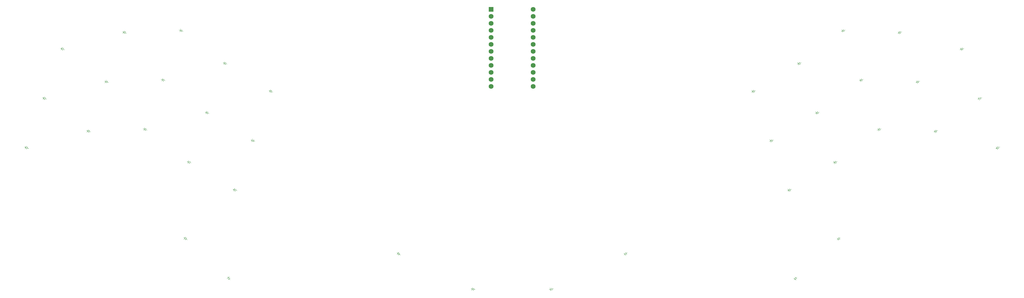
<source format=gbr>
%TF.GenerationSoftware,KiCad,Pcbnew,8.0.1*%
%TF.CreationDate,2024-05-01T11:59:16+09:00*%
%TF.ProjectId,pcb_plate,7063625f-706c-4617-9465-2e6b69636164,v1.0.0*%
%TF.SameCoordinates,Original*%
%TF.FileFunction,Legend,Bot*%
%TF.FilePolarity,Positive*%
%FSLAX46Y46*%
G04 Gerber Fmt 4.6, Leading zero omitted, Abs format (unit mm)*
G04 Created by KiCad (PCBNEW 8.0.1) date 2024-05-01 11:59:16*
%MOMM*%
%LPD*%
G01*
G04 APERTURE LIST*
%ADD10C,0.100000*%
%ADD11R,1.752600X1.752600*%
%ADD12C,1.752600*%
G04 APERTURE END LIST*
D10*
%TO.C,D4*%
X57997273Y-133214979D02*
X58373150Y-133351788D01*
X58373150Y-133351788D02*
X58185040Y-133868615D01*
X58373150Y-133351788D02*
X58561258Y-132834956D01*
X58373150Y-133351788D02*
X59073773Y-133181122D01*
X58800157Y-133932876D02*
X58373150Y-133351788D01*
X58936968Y-133556998D02*
X59406811Y-133728009D01*
X59073773Y-133181122D02*
X58800157Y-133932876D01*
%TO.C,D29*%
X328579348Y-144968867D02*
X328955225Y-144832058D01*
X328955225Y-144832058D02*
X328767115Y-144315230D01*
X328955225Y-144832058D02*
X329143335Y-145348889D01*
X328955225Y-144832058D02*
X329382232Y-144250970D01*
X329382232Y-144250970D02*
X329655848Y-145002724D01*
X329519042Y-144626847D02*
X329988886Y-144455837D01*
X329655848Y-145002724D02*
X328955225Y-144832058D01*
%TO.C,D26*%
X344525846Y-133083038D02*
X344901723Y-132946229D01*
X344901723Y-132946229D02*
X344713613Y-132429401D01*
X344901723Y-132946229D02*
X345089833Y-133463060D01*
X344901723Y-132946229D02*
X345328730Y-132365141D01*
X345328730Y-132365141D02*
X345602346Y-133116895D01*
X345465540Y-132741018D02*
X345935384Y-132570008D01*
X345602346Y-133116895D02*
X344901723Y-132946229D01*
%TO.C,D27*%
X338010361Y-115181891D02*
X338386238Y-115045082D01*
X338386238Y-115045082D02*
X338198128Y-114528254D01*
X338386238Y-115045082D02*
X338574348Y-115561913D01*
X338386238Y-115045082D02*
X338813245Y-114463994D01*
X338813245Y-114463994D02*
X339086861Y-115215748D01*
X338950055Y-114839871D02*
X339419899Y-114668861D01*
X339086861Y-115215748D02*
X338386238Y-115045082D01*
%TO.C,D12*%
X107482084Y-108653544D02*
X107857961Y-108790353D01*
X107857961Y-108790353D02*
X107669851Y-109307180D01*
X107857961Y-108790353D02*
X108046069Y-108273521D01*
X107857961Y-108790353D02*
X108558584Y-108619687D01*
X108284968Y-109371441D02*
X107857961Y-108790353D01*
X108421779Y-108995563D02*
X108891622Y-109166574D01*
X108558584Y-108619687D02*
X108284968Y-109371441D01*
%TO.C,D17*%
X109026469Y-186249023D02*
X109283584Y-186555439D01*
X109283584Y-186555439D02*
X108862261Y-186908974D01*
X109283584Y-186555439D02*
X109704909Y-186201910D01*
X109283584Y-186555439D02*
X109975676Y-186757954D01*
X109362839Y-187272182D02*
X109283584Y-186555439D01*
X109669258Y-187015069D02*
X109990651Y-187398089D01*
X109975676Y-186757954D02*
X109362839Y-187272182D01*
%TO.C,D28*%
X331494874Y-97280753D02*
X331870751Y-97143944D01*
X331870751Y-97143944D02*
X331682641Y-96627116D01*
X331870751Y-97143944D02*
X332058861Y-97660775D01*
X331870751Y-97143944D02*
X332297758Y-96562856D01*
X332297758Y-96562856D02*
X332571374Y-97314610D01*
X332434568Y-96938733D02*
X332904412Y-96767723D01*
X332571374Y-97314610D02*
X331870751Y-97143944D01*
%TO.C,D34*%
X298950336Y-119262297D02*
X299326213Y-119125488D01*
X299326213Y-119125488D02*
X299138103Y-118608660D01*
X299326213Y-119125488D02*
X299514323Y-119642319D01*
X299326213Y-119125488D02*
X299753220Y-118544400D01*
X299753220Y-118544400D02*
X300026836Y-119296154D01*
X299890030Y-118920277D02*
X300359874Y-118749267D01*
X300026836Y-119296154D02*
X299326213Y-119125488D01*
%TO.C,D35*%
X329998642Y-172859176D02*
X330326301Y-172629751D01*
X330326301Y-172629751D02*
X330010838Y-172179213D01*
X330326301Y-172629751D02*
X330588364Y-171957938D01*
X330326301Y-172629751D02*
X330641770Y-173080278D01*
X330588364Y-171957938D02*
X331047226Y-172613260D01*
X330817796Y-172285599D02*
X331227370Y-171998812D01*
X331047226Y-172613260D02*
X330326301Y-172629751D01*
%TO.C,D20*%
X387495164Y-139743337D02*
X387871041Y-139606528D01*
X387871041Y-139606528D02*
X387682931Y-139089700D01*
X387871041Y-139606528D02*
X388059151Y-140123359D01*
X387871041Y-139606528D02*
X388298048Y-139025440D01*
X388298048Y-139025440D02*
X388571664Y-139777194D01*
X388434858Y-139401317D02*
X388904702Y-139230307D01*
X388571664Y-139777194D02*
X387871041Y-139606528D01*
%TO.C,D14*%
X117564648Y-136650409D02*
X117940525Y-136787218D01*
X117940525Y-136787218D02*
X117752415Y-137304045D01*
X117940525Y-136787218D02*
X118128633Y-136270386D01*
X117940525Y-136787218D02*
X118641148Y-136616552D01*
X118367532Y-137368306D02*
X117940525Y-136787218D01*
X118504343Y-136992428D02*
X118974186Y-137163439D01*
X118641148Y-136616552D02*
X118367532Y-137368306D01*
%TO.C,D37*%
X252780619Y-178396927D02*
X253087035Y-178139812D01*
X253087035Y-178139812D02*
X252733506Y-177718487D01*
X253087035Y-178139812D02*
X253289550Y-177447720D01*
X253087035Y-178139812D02*
X253440570Y-178561135D01*
X253289550Y-177447720D02*
X253803778Y-178060557D01*
X253546665Y-177754138D02*
X253929685Y-177432745D01*
X253803778Y-178060557D02*
X253087035Y-178139812D01*
%TO.C,D7*%
X78504612Y-132570017D02*
X78880489Y-132706826D01*
X78880489Y-132706826D02*
X78692379Y-133223653D01*
X78880489Y-132706826D02*
X79068597Y-132189994D01*
X78880489Y-132706826D02*
X79581112Y-132536160D01*
X79307496Y-133287914D02*
X78880489Y-132706826D01*
X79444307Y-132912036D02*
X79914150Y-133083047D01*
X79581112Y-132536160D02*
X79307496Y-133287914D01*
%TO.C,D1*%
X35535295Y-139230301D02*
X35911172Y-139367110D01*
X35911172Y-139367110D02*
X35723062Y-139883937D01*
X35911172Y-139367110D02*
X36099280Y-138850278D01*
X35911172Y-139367110D02*
X36611795Y-139196444D01*
X36338179Y-139948198D02*
X35911172Y-139367110D01*
X36474990Y-139572320D02*
X36944833Y-139743331D01*
X36611795Y-139196444D02*
X36338179Y-139948198D01*
%TO.C,D15*%
X124080130Y-118749266D02*
X124456007Y-118886075D01*
X124456007Y-118886075D02*
X124267897Y-119402902D01*
X124456007Y-118886075D02*
X124644115Y-118369243D01*
X124456007Y-118886075D02*
X125156630Y-118715409D01*
X124883014Y-119467163D02*
X124456007Y-118886075D01*
X125019825Y-119091285D02*
X125489668Y-119262296D01*
X125156630Y-118715409D02*
X124883014Y-119467163D01*
%TO.C,D24*%
X358517704Y-115826865D02*
X358893581Y-115690056D01*
X358893581Y-115690056D02*
X358705471Y-115173228D01*
X358893581Y-115690056D02*
X359081691Y-116206887D01*
X358893581Y-115690056D02*
X359320588Y-115108968D01*
X359320588Y-115108968D02*
X359594204Y-115860722D01*
X359457398Y-115484845D02*
X359927242Y-115313835D01*
X359594204Y-115860722D02*
X358893581Y-115690056D01*
%TO.C,D36*%
X314449348Y-187398087D02*
X314706464Y-187091673D01*
X314706464Y-187091673D02*
X314285140Y-186738136D01*
X314706464Y-187091673D02*
X314785718Y-186374928D01*
X314706464Y-187091673D02*
X315127788Y-187445202D01*
X314785718Y-186374928D02*
X315398555Y-186889156D01*
X315092139Y-186632043D02*
X315413530Y-186249021D01*
X315398555Y-186889156D02*
X314706464Y-187091673D01*
%TO.C,D33*%
X305465815Y-137163435D02*
X305841692Y-137026626D01*
X305841692Y-137026626D02*
X305653582Y-136509798D01*
X305841692Y-137026626D02*
X306029802Y-137543457D01*
X305841692Y-137026626D02*
X306268699Y-136445538D01*
X306268699Y-136445538D02*
X306542315Y-137197292D01*
X306405509Y-136821415D02*
X306875353Y-136650405D01*
X306542315Y-137197292D02*
X305841692Y-137026626D01*
%TO.C,D21*%
X380979682Y-121842189D02*
X381355559Y-121705380D01*
X381355559Y-121705380D02*
X381167449Y-121188552D01*
X381355559Y-121705380D02*
X381543669Y-122222211D01*
X381355559Y-121705380D02*
X381782566Y-121124292D01*
X381782566Y-121124292D02*
X382056182Y-121876046D01*
X381919376Y-121500169D02*
X382389220Y-121329159D01*
X382056182Y-121876046D02*
X381355559Y-121705380D01*
%TO.C,D9*%
X91535587Y-96767725D02*
X91911464Y-96904534D01*
X91911464Y-96904534D02*
X91723354Y-97421361D01*
X91911464Y-96904534D02*
X92099572Y-96387702D01*
X91911464Y-96904534D02*
X92612087Y-96733868D01*
X92338471Y-97485622D02*
X91911464Y-96904534D01*
X92475282Y-97109744D02*
X92945125Y-97280755D01*
X92612087Y-96733868D02*
X92338471Y-97485622D01*
%TO.C,D19*%
X197319541Y-190614064D02*
X197713464Y-190683524D01*
X197713464Y-190683524D02*
X197617957Y-191225167D01*
X197713464Y-190683524D02*
X197808970Y-190141880D01*
X197713464Y-190683524D02*
X198373808Y-190393789D01*
X198234892Y-191181633D02*
X197713464Y-190683524D01*
X198304351Y-190787710D02*
X198796753Y-190874536D01*
X198373808Y-190393789D02*
X198234892Y-191181633D01*
%TO.C,D13*%
X111049162Y-154551551D02*
X111425039Y-154688360D01*
X111425039Y-154688360D02*
X111236929Y-155205187D01*
X111425039Y-154688360D02*
X111613147Y-154171528D01*
X111425039Y-154688360D02*
X112125662Y-154517694D01*
X111852046Y-155269448D02*
X111425039Y-154688360D01*
X111988857Y-154893570D02*
X112458700Y-155064581D01*
X112125662Y-154517694D02*
X111852046Y-155269448D01*
%TO.C,D30*%
X322063864Y-127067725D02*
X322439741Y-126930916D01*
X322439741Y-126930916D02*
X322251631Y-126414088D01*
X322439741Y-126930916D02*
X322627851Y-127447747D01*
X322439741Y-126930916D02*
X322866748Y-126349828D01*
X322866748Y-126349828D02*
X323140364Y-127101582D01*
X323003558Y-126725705D02*
X323473402Y-126554695D01*
X323140364Y-127101582D02*
X322439741Y-126930916D01*
%TO.C,D18*%
X170510321Y-177432753D02*
X170816735Y-177689869D01*
X170816735Y-177689869D02*
X170463206Y-178111193D01*
X170816735Y-177689869D02*
X171170272Y-177268545D01*
X170816735Y-177689869D02*
X171533480Y-177769123D01*
X171019252Y-178381960D02*
X170816735Y-177689869D01*
X171276365Y-178075544D02*
X171659387Y-178396935D01*
X171533480Y-177769123D02*
X171019252Y-178381960D01*
%TO.C,D11*%
X100966604Y-126554694D02*
X101342481Y-126691503D01*
X101342481Y-126691503D02*
X101154371Y-127208330D01*
X101342481Y-126691503D02*
X101530589Y-126174671D01*
X101342481Y-126691503D02*
X102043104Y-126520837D01*
X101769488Y-127272591D02*
X101342481Y-126691503D01*
X101906299Y-126896713D02*
X102376142Y-127067724D01*
X102043104Y-126520837D02*
X101769488Y-127272591D01*
%TO.C,D23*%
X365033184Y-133728018D02*
X365409061Y-133591209D01*
X365409061Y-133591209D02*
X365220951Y-133074381D01*
X365409061Y-133591209D02*
X365597171Y-134108040D01*
X365409061Y-133591209D02*
X365836068Y-133010121D01*
X365836068Y-133010121D02*
X366109684Y-133761875D01*
X365972878Y-133385998D02*
X366442722Y-133214988D01*
X366109684Y-133761875D02*
X365409061Y-133591209D01*
%TO.C,D3*%
X48566262Y-103428015D02*
X48942139Y-103564824D01*
X48942139Y-103564824D02*
X48754029Y-104081651D01*
X48942139Y-103564824D02*
X49130247Y-103047992D01*
X48942139Y-103564824D02*
X49642762Y-103394158D01*
X49369146Y-104145912D02*
X48942139Y-103564824D01*
X49505957Y-103770034D02*
X49975800Y-103941045D01*
X49642762Y-103394158D02*
X49369146Y-104145912D01*
%TO.C,D22*%
X374464198Y-103941041D02*
X374840075Y-103804232D01*
X374840075Y-103804232D02*
X374651965Y-103287404D01*
X374840075Y-103804232D02*
X375028185Y-104321063D01*
X374840075Y-103804232D02*
X375267082Y-103223144D01*
X375267082Y-103223144D02*
X375540698Y-103974898D01*
X375403892Y-103599021D02*
X375873736Y-103428011D01*
X375540698Y-103974898D02*
X374840075Y-103804232D01*
%TO.C,D5*%
X64512762Y-115313836D02*
X64888639Y-115450645D01*
X64888639Y-115450645D02*
X64700529Y-115967472D01*
X64888639Y-115450645D02*
X65076747Y-114933813D01*
X64888639Y-115450645D02*
X65589262Y-115279979D01*
X65315646Y-116031733D02*
X64888639Y-115450645D01*
X65452457Y-115655855D02*
X65922300Y-115826866D01*
X65589262Y-115279979D02*
X65315646Y-116031733D01*
%TO.C,D31*%
X315548377Y-109166577D02*
X315924254Y-109029768D01*
X315924254Y-109029768D02*
X315736144Y-108512940D01*
X315924254Y-109029768D02*
X316112364Y-109546599D01*
X315924254Y-109029768D02*
X316351261Y-108448680D01*
X316351261Y-108448680D02*
X316624877Y-109200434D01*
X316488071Y-108824557D02*
X316957915Y-108653547D01*
X316624877Y-109200434D02*
X315924254Y-109029768D01*
%TO.C,D8*%
X85020100Y-114668865D02*
X85395977Y-114805674D01*
X85395977Y-114805674D02*
X85207867Y-115322501D01*
X85395977Y-114805674D02*
X85584085Y-114288842D01*
X85395977Y-114805674D02*
X86096600Y-114635008D01*
X85822984Y-115386762D02*
X85395977Y-114805674D01*
X85959795Y-115010884D02*
X86429638Y-115181895D01*
X86096600Y-114635008D02*
X85822984Y-115386762D01*
%TO.C,D16*%
X93212638Y-171998814D02*
X93540297Y-172228240D01*
X93540297Y-172228240D02*
X93224833Y-172678778D01*
X93540297Y-172228240D02*
X93855766Y-171777712D01*
X93540297Y-172228240D02*
X94261223Y-172244730D01*
X93802360Y-172900052D02*
X93540297Y-172228240D01*
X94031792Y-172572391D02*
X94441366Y-172859178D01*
X94261223Y-172244730D02*
X93802360Y-172900052D01*
%TO.C,D32*%
X311981293Y-155064583D02*
X312357170Y-154927774D01*
X312357170Y-154927774D02*
X312169060Y-154410946D01*
X312357170Y-154927774D02*
X312545280Y-155444605D01*
X312357170Y-154927774D02*
X312784177Y-154346686D01*
X312784177Y-154346686D02*
X313057793Y-155098440D01*
X312920987Y-154722563D02*
X313390831Y-154551553D01*
X313057793Y-155098440D02*
X312357170Y-154927774D01*
%TO.C,D38*%
X225643242Y-190874539D02*
X226037165Y-190805080D01*
X226037165Y-190805080D02*
X225941657Y-190263436D01*
X226037165Y-190805080D02*
X226132671Y-191346721D01*
X226037165Y-190805080D02*
X226558591Y-190306969D01*
X226558591Y-190306969D02*
X226697509Y-191094814D01*
X226628051Y-190700889D02*
X227120454Y-190614067D01*
X226697509Y-191094814D02*
X226037165Y-190805080D01*
%TO.C,D10*%
X94451123Y-144455839D02*
X94827000Y-144592648D01*
X94827000Y-144592648D02*
X94638890Y-145109475D01*
X94827000Y-144592648D02*
X95015108Y-144075816D01*
X94827000Y-144592648D02*
X95527623Y-144421982D01*
X95254007Y-145173736D02*
X94827000Y-144592648D01*
X95390818Y-144797858D02*
X95860661Y-144968869D01*
X95527623Y-144421982D02*
X95254007Y-145173736D01*
%TO.C,D2*%
X42050777Y-121329157D02*
X42426654Y-121465966D01*
X42426654Y-121465966D02*
X42238544Y-121982793D01*
X42426654Y-121465966D02*
X42614762Y-120949134D01*
X42426654Y-121465966D02*
X43127277Y-121295300D01*
X42853661Y-122047054D02*
X42426654Y-121465966D01*
X42990472Y-121671176D02*
X43460315Y-121842187D01*
X43127277Y-121295300D02*
X42853661Y-122047054D01*
%TO.C,D25*%
X352002217Y-97925724D02*
X352378094Y-97788915D01*
X352378094Y-97788915D02*
X352189984Y-97272087D01*
X352378094Y-97788915D02*
X352566204Y-98305746D01*
X352378094Y-97788915D02*
X352805101Y-97207827D01*
X352805101Y-97207827D02*
X353078717Y-97959581D01*
X352941911Y-97583704D02*
X353411755Y-97412694D01*
X353078717Y-97959581D02*
X352378094Y-97788915D01*
%TO.C,D6*%
X71028246Y-97412699D02*
X71404123Y-97549508D01*
X71404123Y-97549508D02*
X71216013Y-98066335D01*
X71404123Y-97549508D02*
X71592231Y-97032676D01*
X71404123Y-97549508D02*
X72104746Y-97378842D01*
X71831130Y-98130596D02*
X71404123Y-97549508D01*
X71967941Y-97754718D02*
X72437784Y-97925729D01*
X72104746Y-97378842D02*
X71831130Y-98130596D01*
%TD*%
D11*
%TO.C,MCU1*%
X204600004Y-89337315D03*
D12*
X204600005Y-91877314D03*
X204600004Y-94417311D03*
X204600003Y-96957312D03*
X204600005Y-99497312D03*
X204600004Y-102037313D03*
X204600004Y-104577313D03*
X204600005Y-107117314D03*
X204600004Y-109657316D03*
X204600004Y-112197315D03*
X204600006Y-114737313D03*
X204600004Y-117277309D03*
X219840004Y-89337317D03*
X219840002Y-91877313D03*
X219840004Y-94417311D03*
X219840004Y-96957310D03*
X219840003Y-99497312D03*
X219840004Y-102037313D03*
X219840004Y-104577313D03*
X219840003Y-107117314D03*
X219840005Y-109657314D03*
X219840004Y-112197315D03*
X219840003Y-114737312D03*
X219840004Y-117277311D03*
%TD*%
M02*

</source>
